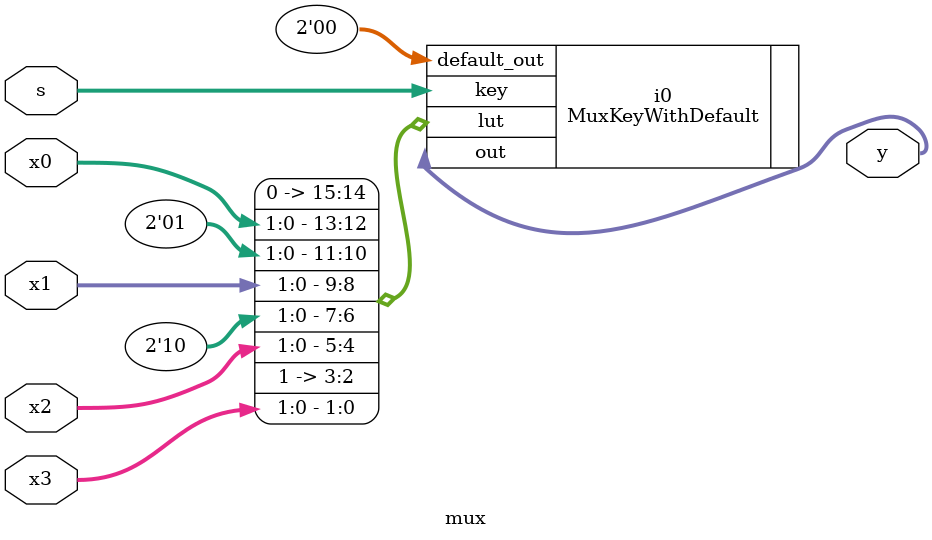
<source format=v>
module mux(
    input [1:0] x0,
    input [1:0] x1,
    input [1:0] x2,
    input [1:0] x3,
    input [1:0] s,
    output reg [1:0] y
    );
    MuxKeyWithDefault #(4, 2, 2) i0 (
        .out(y),
        .key(s),
        .default_out(2'b00),
        .lut({
            2'b00, x0,
            2'b01, x1,
            2'b10, x2,
            2'b11, x3
        })
    );
endmodule
</source>
